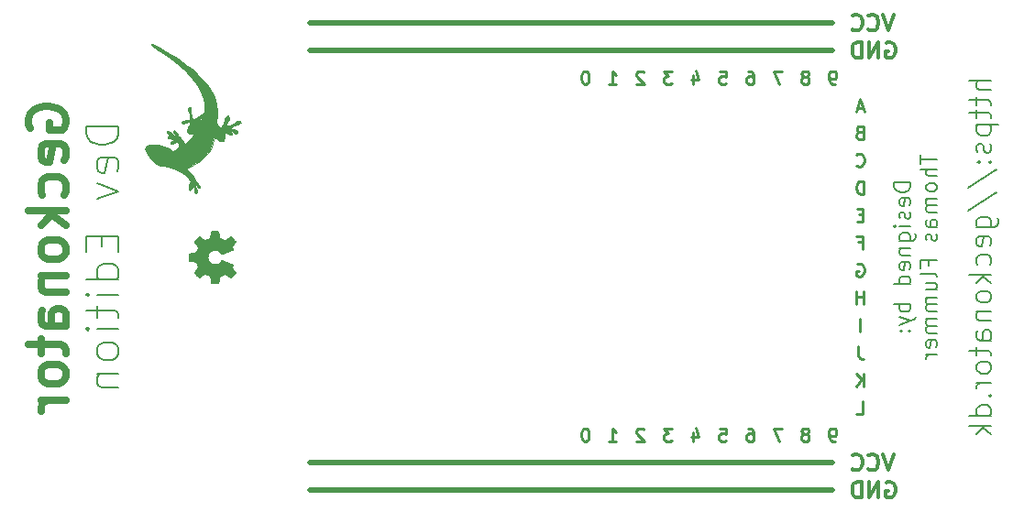
<source format=gbo>
G04 #@! TF.GenerationSoftware,KiCad,Pcbnew,(5.0.0-rc2-dev-222-g3b0a758)*
G04 #@! TF.CreationDate,2018-03-21T23:14:10+01:00*
G04 #@! TF.ProjectId,Geckonator Dev Edition,4765636B6F6E61746F72204465762045,rev?*
G04 #@! TF.SameCoordinates,Original*
G04 #@! TF.FileFunction,Legend,Bot*
G04 #@! TF.FilePolarity,Positive*
%FSLAX46Y46*%
G04 Gerber Fmt 4.6, Leading zero omitted, Abs format (unit mm)*
G04 Created by KiCad (PCBNEW (5.0.0-rc2-dev-222-g3b0a758)) date Wednesday, 21 March 2018 at 23:14:10*
%MOMM*%
%LPD*%
G01*
G04 APERTURE LIST*
%ADD10C,0.500000*%
%ADD11C,0.200000*%
%ADD12C,0.700000*%
%ADD13C,0.375000*%
%ADD14C,0.250000*%
%ADD15C,0.010000*%
G04 APERTURE END LIST*
D10*
X83020000Y-52410000D02*
X131280000Y-52410000D01*
X83020000Y-54950000D02*
X131280000Y-54950000D01*
X83020000Y-93050000D02*
X131280000Y-93050000D01*
X83020000Y-95590000D02*
X131280000Y-95590000D01*
D11*
X138453571Y-67142857D02*
X136953571Y-67142857D01*
X136953571Y-67500000D01*
X137025000Y-67714285D01*
X137167857Y-67857142D01*
X137310714Y-67928571D01*
X137596428Y-68000000D01*
X137810714Y-68000000D01*
X138096428Y-67928571D01*
X138239285Y-67857142D01*
X138382142Y-67714285D01*
X138453571Y-67500000D01*
X138453571Y-67142857D01*
X138382142Y-69214285D02*
X138453571Y-69071428D01*
X138453571Y-68785714D01*
X138382142Y-68642857D01*
X138239285Y-68571428D01*
X137667857Y-68571428D01*
X137525000Y-68642857D01*
X137453571Y-68785714D01*
X137453571Y-69071428D01*
X137525000Y-69214285D01*
X137667857Y-69285714D01*
X137810714Y-69285714D01*
X137953571Y-68571428D01*
X138382142Y-69857142D02*
X138453571Y-70000000D01*
X138453571Y-70285714D01*
X138382142Y-70428571D01*
X138239285Y-70500000D01*
X138167857Y-70500000D01*
X138025000Y-70428571D01*
X137953571Y-70285714D01*
X137953571Y-70071428D01*
X137882142Y-69928571D01*
X137739285Y-69857142D01*
X137667857Y-69857142D01*
X137525000Y-69928571D01*
X137453571Y-70071428D01*
X137453571Y-70285714D01*
X137525000Y-70428571D01*
X138453571Y-71142857D02*
X137453571Y-71142857D01*
X136953571Y-71142857D02*
X137025000Y-71071428D01*
X137096428Y-71142857D01*
X137025000Y-71214285D01*
X136953571Y-71142857D01*
X137096428Y-71142857D01*
X137453571Y-72500000D02*
X138667857Y-72500000D01*
X138810714Y-72428571D01*
X138882142Y-72357142D01*
X138953571Y-72214285D01*
X138953571Y-72000000D01*
X138882142Y-71857142D01*
X138382142Y-72500000D02*
X138453571Y-72357142D01*
X138453571Y-72071428D01*
X138382142Y-71928571D01*
X138310714Y-71857142D01*
X138167857Y-71785714D01*
X137739285Y-71785714D01*
X137596428Y-71857142D01*
X137525000Y-71928571D01*
X137453571Y-72071428D01*
X137453571Y-72357142D01*
X137525000Y-72500000D01*
X137453571Y-73214285D02*
X138453571Y-73214285D01*
X137596428Y-73214285D02*
X137525000Y-73285714D01*
X137453571Y-73428571D01*
X137453571Y-73642857D01*
X137525000Y-73785714D01*
X137667857Y-73857142D01*
X138453571Y-73857142D01*
X138382142Y-75142857D02*
X138453571Y-75000000D01*
X138453571Y-74714285D01*
X138382142Y-74571428D01*
X138239285Y-74500000D01*
X137667857Y-74500000D01*
X137525000Y-74571428D01*
X137453571Y-74714285D01*
X137453571Y-75000000D01*
X137525000Y-75142857D01*
X137667857Y-75214285D01*
X137810714Y-75214285D01*
X137953571Y-74500000D01*
X138453571Y-76500000D02*
X136953571Y-76500000D01*
X138382142Y-76500000D02*
X138453571Y-76357142D01*
X138453571Y-76071428D01*
X138382142Y-75928571D01*
X138310714Y-75857142D01*
X138167857Y-75785714D01*
X137739285Y-75785714D01*
X137596428Y-75857142D01*
X137525000Y-75928571D01*
X137453571Y-76071428D01*
X137453571Y-76357142D01*
X137525000Y-76500000D01*
X138453571Y-78357142D02*
X136953571Y-78357142D01*
X137525000Y-78357142D02*
X137453571Y-78500000D01*
X137453571Y-78785714D01*
X137525000Y-78928571D01*
X137596428Y-79000000D01*
X137739285Y-79071428D01*
X138167857Y-79071428D01*
X138310714Y-79000000D01*
X138382142Y-78928571D01*
X138453571Y-78785714D01*
X138453571Y-78500000D01*
X138382142Y-78357142D01*
X137453571Y-79571428D02*
X138453571Y-79928571D01*
X137453571Y-80285714D02*
X138453571Y-79928571D01*
X138810714Y-79785714D01*
X138882142Y-79714285D01*
X138953571Y-79571428D01*
X138310714Y-80857142D02*
X138382142Y-80928571D01*
X138453571Y-80857142D01*
X138382142Y-80785714D01*
X138310714Y-80857142D01*
X138453571Y-80857142D01*
X137525000Y-80857142D02*
X137596428Y-80928571D01*
X137667857Y-80857142D01*
X137596428Y-80785714D01*
X137525000Y-80857142D01*
X137667857Y-80857142D01*
X139403571Y-64535714D02*
X139403571Y-65392857D01*
X140903571Y-64964285D02*
X139403571Y-64964285D01*
X140903571Y-65892857D02*
X139403571Y-65892857D01*
X140903571Y-66535714D02*
X140117857Y-66535714D01*
X139975000Y-66464285D01*
X139903571Y-66321428D01*
X139903571Y-66107142D01*
X139975000Y-65964285D01*
X140046428Y-65892857D01*
X140903571Y-67464285D02*
X140832142Y-67321428D01*
X140760714Y-67250000D01*
X140617857Y-67178571D01*
X140189285Y-67178571D01*
X140046428Y-67250000D01*
X139975000Y-67321428D01*
X139903571Y-67464285D01*
X139903571Y-67678571D01*
X139975000Y-67821428D01*
X140046428Y-67892857D01*
X140189285Y-67964285D01*
X140617857Y-67964285D01*
X140760714Y-67892857D01*
X140832142Y-67821428D01*
X140903571Y-67678571D01*
X140903571Y-67464285D01*
X140903571Y-68607142D02*
X139903571Y-68607142D01*
X140046428Y-68607142D02*
X139975000Y-68678571D01*
X139903571Y-68821428D01*
X139903571Y-69035714D01*
X139975000Y-69178571D01*
X140117857Y-69250000D01*
X140903571Y-69250000D01*
X140117857Y-69250000D02*
X139975000Y-69321428D01*
X139903571Y-69464285D01*
X139903571Y-69678571D01*
X139975000Y-69821428D01*
X140117857Y-69892857D01*
X140903571Y-69892857D01*
X140903571Y-71250000D02*
X140117857Y-71250000D01*
X139975000Y-71178571D01*
X139903571Y-71035714D01*
X139903571Y-70750000D01*
X139975000Y-70607142D01*
X140832142Y-71250000D02*
X140903571Y-71107142D01*
X140903571Y-70750000D01*
X140832142Y-70607142D01*
X140689285Y-70535714D01*
X140546428Y-70535714D01*
X140403571Y-70607142D01*
X140332142Y-70750000D01*
X140332142Y-71107142D01*
X140260714Y-71250000D01*
X140832142Y-71892857D02*
X140903571Y-72035714D01*
X140903571Y-72321428D01*
X140832142Y-72464285D01*
X140689285Y-72535714D01*
X140617857Y-72535714D01*
X140475000Y-72464285D01*
X140403571Y-72321428D01*
X140403571Y-72107142D01*
X140332142Y-71964285D01*
X140189285Y-71892857D01*
X140117857Y-71892857D01*
X139975000Y-71964285D01*
X139903571Y-72107142D01*
X139903571Y-72321428D01*
X139975000Y-72464285D01*
X140117857Y-74821428D02*
X140117857Y-74321428D01*
X140903571Y-74321428D02*
X139403571Y-74321428D01*
X139403571Y-75035714D01*
X140903571Y-75821428D02*
X140832142Y-75678571D01*
X140689285Y-75607142D01*
X139403571Y-75607142D01*
X139903571Y-77035714D02*
X140903571Y-77035714D01*
X139903571Y-76392857D02*
X140689285Y-76392857D01*
X140832142Y-76464285D01*
X140903571Y-76607142D01*
X140903571Y-76821428D01*
X140832142Y-76964285D01*
X140760714Y-77035714D01*
X140903571Y-77750000D02*
X139903571Y-77750000D01*
X140046428Y-77750000D02*
X139975000Y-77821428D01*
X139903571Y-77964285D01*
X139903571Y-78178571D01*
X139975000Y-78321428D01*
X140117857Y-78392857D01*
X140903571Y-78392857D01*
X140117857Y-78392857D02*
X139975000Y-78464285D01*
X139903571Y-78607142D01*
X139903571Y-78821428D01*
X139975000Y-78964285D01*
X140117857Y-79035714D01*
X140903571Y-79035714D01*
X140903571Y-79750000D02*
X139903571Y-79750000D01*
X140046428Y-79750000D02*
X139975000Y-79821428D01*
X139903571Y-79964285D01*
X139903571Y-80178571D01*
X139975000Y-80321428D01*
X140117857Y-80392857D01*
X140903571Y-80392857D01*
X140117857Y-80392857D02*
X139975000Y-80464285D01*
X139903571Y-80607142D01*
X139903571Y-80821428D01*
X139975000Y-80964285D01*
X140117857Y-81035714D01*
X140903571Y-81035714D01*
X140832142Y-82321428D02*
X140903571Y-82178571D01*
X140903571Y-81892857D01*
X140832142Y-81749999D01*
X140689285Y-81678571D01*
X140117857Y-81678571D01*
X139975000Y-81749999D01*
X139903571Y-81892857D01*
X139903571Y-82178571D01*
X139975000Y-82321428D01*
X140117857Y-82392857D01*
X140260714Y-82392857D01*
X140403571Y-81678571D01*
X140903571Y-83035714D02*
X139903571Y-83035714D01*
X140189285Y-83035714D02*
X140046428Y-83107142D01*
X139975000Y-83178571D01*
X139903571Y-83321428D01*
X139903571Y-83464285D01*
X145904761Y-57714285D02*
X143904761Y-57714285D01*
X145904761Y-58571428D02*
X144857142Y-58571428D01*
X144666666Y-58476190D01*
X144571428Y-58285714D01*
X144571428Y-58000000D01*
X144666666Y-57809523D01*
X144761904Y-57714285D01*
X144571428Y-59238095D02*
X144571428Y-60000000D01*
X143904761Y-59523809D02*
X145619047Y-59523809D01*
X145809523Y-59619047D01*
X145904761Y-59809523D01*
X145904761Y-60000000D01*
X144571428Y-60380952D02*
X144571428Y-61142857D01*
X143904761Y-60666666D02*
X145619047Y-60666666D01*
X145809523Y-60761904D01*
X145904761Y-60952380D01*
X145904761Y-61142857D01*
X144571428Y-61809523D02*
X146571428Y-61809523D01*
X144666666Y-61809523D02*
X144571428Y-62000000D01*
X144571428Y-62380952D01*
X144666666Y-62571428D01*
X144761904Y-62666666D01*
X144952380Y-62761904D01*
X145523809Y-62761904D01*
X145714285Y-62666666D01*
X145809523Y-62571428D01*
X145904761Y-62380952D01*
X145904761Y-62000000D01*
X145809523Y-61809523D01*
X145809523Y-63523809D02*
X145904761Y-63714285D01*
X145904761Y-64095238D01*
X145809523Y-64285714D01*
X145619047Y-64380952D01*
X145523809Y-64380952D01*
X145333333Y-64285714D01*
X145238095Y-64095238D01*
X145238095Y-63809523D01*
X145142857Y-63619047D01*
X144952380Y-63523809D01*
X144857142Y-63523809D01*
X144666666Y-63619047D01*
X144571428Y-63809523D01*
X144571428Y-64095238D01*
X144666666Y-64285714D01*
X145714285Y-65238095D02*
X145809523Y-65333333D01*
X145904761Y-65238095D01*
X145809523Y-65142857D01*
X145714285Y-65238095D01*
X145904761Y-65238095D01*
X144666666Y-65238095D02*
X144761904Y-65333333D01*
X144857142Y-65238095D01*
X144761904Y-65142857D01*
X144666666Y-65238095D01*
X144857142Y-65238095D01*
X143809523Y-67619047D02*
X146380952Y-65904761D01*
X143809523Y-69714285D02*
X146380952Y-68000000D01*
X144571428Y-71238095D02*
X146190476Y-71238095D01*
X146380952Y-71142857D01*
X146476190Y-71047619D01*
X146571428Y-70857142D01*
X146571428Y-70571428D01*
X146476190Y-70380952D01*
X145809523Y-71238095D02*
X145904761Y-71047619D01*
X145904761Y-70666666D01*
X145809523Y-70476190D01*
X145714285Y-70380952D01*
X145523809Y-70285714D01*
X144952380Y-70285714D01*
X144761904Y-70380952D01*
X144666666Y-70476190D01*
X144571428Y-70666666D01*
X144571428Y-71047619D01*
X144666666Y-71238095D01*
X145809523Y-72952380D02*
X145904761Y-72761904D01*
X145904761Y-72380952D01*
X145809523Y-72190476D01*
X145619047Y-72095238D01*
X144857142Y-72095238D01*
X144666666Y-72190476D01*
X144571428Y-72380952D01*
X144571428Y-72761904D01*
X144666666Y-72952380D01*
X144857142Y-73047619D01*
X145047619Y-73047619D01*
X145238095Y-72095238D01*
X145809523Y-74761904D02*
X145904761Y-74571428D01*
X145904761Y-74190476D01*
X145809523Y-74000000D01*
X145714285Y-73904761D01*
X145523809Y-73809523D01*
X144952380Y-73809523D01*
X144761904Y-73904761D01*
X144666666Y-74000000D01*
X144571428Y-74190476D01*
X144571428Y-74571428D01*
X144666666Y-74761904D01*
X145904761Y-75619047D02*
X143904761Y-75619047D01*
X145142857Y-75809523D02*
X145904761Y-76380952D01*
X144571428Y-76380952D02*
X145333333Y-75619047D01*
X145904761Y-77523809D02*
X145809523Y-77333333D01*
X145714285Y-77238095D01*
X145523809Y-77142857D01*
X144952380Y-77142857D01*
X144761904Y-77238095D01*
X144666666Y-77333333D01*
X144571428Y-77523809D01*
X144571428Y-77809523D01*
X144666666Y-78000000D01*
X144761904Y-78095238D01*
X144952380Y-78190476D01*
X145523809Y-78190476D01*
X145714285Y-78095238D01*
X145809523Y-78000000D01*
X145904761Y-77809523D01*
X145904761Y-77523809D01*
X144571428Y-79047619D02*
X145904761Y-79047619D01*
X144761904Y-79047619D02*
X144666666Y-79142857D01*
X144571428Y-79333333D01*
X144571428Y-79619047D01*
X144666666Y-79809523D01*
X144857142Y-79904761D01*
X145904761Y-79904761D01*
X145904761Y-81714285D02*
X144857142Y-81714285D01*
X144666666Y-81619047D01*
X144571428Y-81428571D01*
X144571428Y-81047619D01*
X144666666Y-80857142D01*
X145809523Y-81714285D02*
X145904761Y-81523809D01*
X145904761Y-81047619D01*
X145809523Y-80857142D01*
X145619047Y-80761904D01*
X145428571Y-80761904D01*
X145238095Y-80857142D01*
X145142857Y-81047619D01*
X145142857Y-81523809D01*
X145047619Y-81714285D01*
X144571428Y-82380952D02*
X144571428Y-83142857D01*
X143904761Y-82666666D02*
X145619047Y-82666666D01*
X145809523Y-82761904D01*
X145904761Y-82952380D01*
X145904761Y-83142857D01*
X145904761Y-84095238D02*
X145809523Y-83904761D01*
X145714285Y-83809523D01*
X145523809Y-83714285D01*
X144952380Y-83714285D01*
X144761904Y-83809523D01*
X144666666Y-83904761D01*
X144571428Y-84095238D01*
X144571428Y-84380952D01*
X144666666Y-84571428D01*
X144761904Y-84666666D01*
X144952380Y-84761904D01*
X145523809Y-84761904D01*
X145714285Y-84666666D01*
X145809523Y-84571428D01*
X145904761Y-84380952D01*
X145904761Y-84095238D01*
X145904761Y-85619047D02*
X144571428Y-85619047D01*
X144952380Y-85619047D02*
X144761904Y-85714285D01*
X144666666Y-85809523D01*
X144571428Y-86000000D01*
X144571428Y-86190476D01*
X145714285Y-86857142D02*
X145809523Y-86952380D01*
X145904761Y-86857142D01*
X145809523Y-86761904D01*
X145714285Y-86857142D01*
X145904761Y-86857142D01*
X145904761Y-88666666D02*
X143904761Y-88666666D01*
X145809523Y-88666666D02*
X145904761Y-88476190D01*
X145904761Y-88095238D01*
X145809523Y-87904761D01*
X145714285Y-87809523D01*
X145523809Y-87714285D01*
X144952380Y-87714285D01*
X144761904Y-87809523D01*
X144666666Y-87904761D01*
X144571428Y-88095238D01*
X144571428Y-88476190D01*
X144666666Y-88666666D01*
X145904761Y-89619047D02*
X143904761Y-89619047D01*
X145142857Y-89809523D02*
X145904761Y-90380952D01*
X144571428Y-90380952D02*
X145333333Y-89619047D01*
X65327142Y-61928571D02*
X62327142Y-61928571D01*
X62327142Y-62642857D01*
X62470000Y-63071428D01*
X62755714Y-63357142D01*
X63041428Y-63500000D01*
X63612857Y-63642857D01*
X64041428Y-63642857D01*
X64612857Y-63500000D01*
X64898571Y-63357142D01*
X65184285Y-63071428D01*
X65327142Y-62642857D01*
X65327142Y-61928571D01*
X65184285Y-66071428D02*
X65327142Y-65785714D01*
X65327142Y-65214285D01*
X65184285Y-64928571D01*
X64898571Y-64785714D01*
X63755714Y-64785714D01*
X63470000Y-64928571D01*
X63327142Y-65214285D01*
X63327142Y-65785714D01*
X63470000Y-66071428D01*
X63755714Y-66214285D01*
X64041428Y-66214285D01*
X64327142Y-64785714D01*
X63327142Y-67214285D02*
X65327142Y-67928571D01*
X63327142Y-68642857D01*
X63755714Y-72071428D02*
X63755714Y-73071428D01*
X65327142Y-73500000D02*
X65327142Y-72071428D01*
X62327142Y-72071428D01*
X62327142Y-73500000D01*
X65327142Y-76071428D02*
X62327142Y-76071428D01*
X65184285Y-76071428D02*
X65327142Y-75785714D01*
X65327142Y-75214285D01*
X65184285Y-74928571D01*
X65041428Y-74785714D01*
X64755714Y-74642857D01*
X63898571Y-74642857D01*
X63612857Y-74785714D01*
X63470000Y-74928571D01*
X63327142Y-75214285D01*
X63327142Y-75785714D01*
X63470000Y-76071428D01*
X65327142Y-77500000D02*
X63327142Y-77500000D01*
X62327142Y-77500000D02*
X62470000Y-77357142D01*
X62612857Y-77500000D01*
X62470000Y-77642857D01*
X62327142Y-77500000D01*
X62612857Y-77500000D01*
X63327142Y-78500000D02*
X63327142Y-79642857D01*
X62327142Y-78928571D02*
X64898571Y-78928571D01*
X65184285Y-79071428D01*
X65327142Y-79357142D01*
X65327142Y-79642857D01*
X65327142Y-80642857D02*
X63327142Y-80642857D01*
X62327142Y-80642857D02*
X62470000Y-80500000D01*
X62612857Y-80642857D01*
X62470000Y-80785714D01*
X62327142Y-80642857D01*
X62612857Y-80642857D01*
X65327142Y-82500000D02*
X65184285Y-82214285D01*
X65041428Y-82071428D01*
X64755714Y-81928571D01*
X63898571Y-81928571D01*
X63612857Y-82071428D01*
X63470000Y-82214285D01*
X63327142Y-82500000D01*
X63327142Y-82928571D01*
X63470000Y-83214285D01*
X63612857Y-83357142D01*
X63898571Y-83500000D01*
X64755714Y-83500000D01*
X65041428Y-83357142D01*
X65184285Y-83214285D01*
X65327142Y-82928571D01*
X65327142Y-82500000D01*
X63327142Y-84785714D02*
X65327142Y-84785714D01*
X63612857Y-84785714D02*
X63470000Y-84928571D01*
X63327142Y-85214285D01*
X63327142Y-85642857D01*
X63470000Y-85928571D01*
X63755714Y-86071428D01*
X65327142Y-86071428D01*
D12*
X57140000Y-62083333D02*
X56973333Y-61750000D01*
X56973333Y-61250000D01*
X57140000Y-60750000D01*
X57473333Y-60416666D01*
X57806666Y-60250000D01*
X58473333Y-60083333D01*
X58973333Y-60083333D01*
X59640000Y-60250000D01*
X59973333Y-60416666D01*
X60306666Y-60750000D01*
X60473333Y-61250000D01*
X60473333Y-61583333D01*
X60306666Y-62083333D01*
X60140000Y-62250000D01*
X58973333Y-62250000D01*
X58973333Y-61583333D01*
X60306666Y-65083333D02*
X60473333Y-64750000D01*
X60473333Y-64083333D01*
X60306666Y-63750000D01*
X59973333Y-63583333D01*
X58640000Y-63583333D01*
X58306666Y-63750000D01*
X58140000Y-64083333D01*
X58140000Y-64750000D01*
X58306666Y-65083333D01*
X58640000Y-65250000D01*
X58973333Y-65250000D01*
X59306666Y-63583333D01*
X60306666Y-68250000D02*
X60473333Y-67916666D01*
X60473333Y-67250000D01*
X60306666Y-66916666D01*
X60140000Y-66750000D01*
X59806666Y-66583333D01*
X58806666Y-66583333D01*
X58473333Y-66750000D01*
X58306666Y-66916666D01*
X58140000Y-67250000D01*
X58140000Y-67916666D01*
X58306666Y-68250000D01*
X60473333Y-69750000D02*
X56973333Y-69750000D01*
X59140000Y-70083333D02*
X60473333Y-71083333D01*
X58140000Y-71083333D02*
X59473333Y-69750000D01*
X60473333Y-73083333D02*
X60306666Y-72750000D01*
X60140000Y-72583333D01*
X59806666Y-72416666D01*
X58806666Y-72416666D01*
X58473333Y-72583333D01*
X58306666Y-72750000D01*
X58140000Y-73083333D01*
X58140000Y-73583333D01*
X58306666Y-73916666D01*
X58473333Y-74083333D01*
X58806666Y-74250000D01*
X59806666Y-74250000D01*
X60140000Y-74083333D01*
X60306666Y-73916666D01*
X60473333Y-73583333D01*
X60473333Y-73083333D01*
X58140000Y-75750000D02*
X60473333Y-75750000D01*
X58473333Y-75750000D02*
X58306666Y-75916666D01*
X58140000Y-76250000D01*
X58140000Y-76750000D01*
X58306666Y-77083333D01*
X58640000Y-77250000D01*
X60473333Y-77250000D01*
X60473333Y-80416666D02*
X58640000Y-80416666D01*
X58306666Y-80250000D01*
X58140000Y-79916666D01*
X58140000Y-79250000D01*
X58306666Y-78916666D01*
X60306666Y-80416666D02*
X60473333Y-80083333D01*
X60473333Y-79250000D01*
X60306666Y-78916666D01*
X59973333Y-78750000D01*
X59640000Y-78750000D01*
X59306666Y-78916666D01*
X59140000Y-79250000D01*
X59140000Y-80083333D01*
X58973333Y-80416666D01*
X58140000Y-81583333D02*
X58140000Y-82916666D01*
X56973333Y-82083333D02*
X59973333Y-82083333D01*
X60306666Y-82250000D01*
X60473333Y-82583333D01*
X60473333Y-82916666D01*
X60473333Y-84583333D02*
X60306666Y-84250000D01*
X60140000Y-84083333D01*
X59806666Y-83916666D01*
X58806666Y-83916666D01*
X58473333Y-84083333D01*
X58306666Y-84250000D01*
X58140000Y-84583333D01*
X58140000Y-85083333D01*
X58306666Y-85416666D01*
X58473333Y-85583333D01*
X58806666Y-85750000D01*
X59806666Y-85750000D01*
X60140000Y-85583333D01*
X60306666Y-85416666D01*
X60473333Y-85083333D01*
X60473333Y-84583333D01*
X60473333Y-87250000D02*
X58140000Y-87250000D01*
X58806666Y-87250000D02*
X58473333Y-87416666D01*
X58306666Y-87583333D01*
X58140000Y-87916666D01*
X58140000Y-88250000D01*
D13*
X136222321Y-94840000D02*
X136365178Y-94768571D01*
X136579464Y-94768571D01*
X136793750Y-94840000D01*
X136936607Y-94982857D01*
X137008035Y-95125714D01*
X137079464Y-95411428D01*
X137079464Y-95625714D01*
X137008035Y-95911428D01*
X136936607Y-96054285D01*
X136793750Y-96197142D01*
X136579464Y-96268571D01*
X136436607Y-96268571D01*
X136222321Y-96197142D01*
X136150892Y-96125714D01*
X136150892Y-95625714D01*
X136436607Y-95625714D01*
X135508035Y-96268571D02*
X135508035Y-94768571D01*
X134650892Y-96268571D01*
X134650892Y-94768571D01*
X133936607Y-96268571D02*
X133936607Y-94768571D01*
X133579464Y-94768571D01*
X133365178Y-94840000D01*
X133222321Y-94982857D01*
X133150892Y-95125714D01*
X133079464Y-95411428D01*
X133079464Y-95625714D01*
X133150892Y-95911428D01*
X133222321Y-96054285D01*
X133365178Y-96197142D01*
X133579464Y-96268571D01*
X133936607Y-96268571D01*
X136936607Y-92228571D02*
X136436607Y-93728571D01*
X135936607Y-92228571D01*
X134579464Y-93585714D02*
X134650892Y-93657142D01*
X134865178Y-93728571D01*
X135008035Y-93728571D01*
X135222321Y-93657142D01*
X135365178Y-93514285D01*
X135436607Y-93371428D01*
X135508035Y-93085714D01*
X135508035Y-92871428D01*
X135436607Y-92585714D01*
X135365178Y-92442857D01*
X135222321Y-92300000D01*
X135008035Y-92228571D01*
X134865178Y-92228571D01*
X134650892Y-92300000D01*
X134579464Y-92371428D01*
X133079464Y-93585714D02*
X133150892Y-93657142D01*
X133365178Y-93728571D01*
X133508035Y-93728571D01*
X133722321Y-93657142D01*
X133865178Y-93514285D01*
X133936607Y-93371428D01*
X134008035Y-93085714D01*
X134008035Y-92871428D01*
X133936607Y-92585714D01*
X133865178Y-92442857D01*
X133722321Y-92300000D01*
X133508035Y-92228571D01*
X133365178Y-92228571D01*
X133150892Y-92300000D01*
X133079464Y-92371428D01*
X136222321Y-54200000D02*
X136365178Y-54128571D01*
X136579464Y-54128571D01*
X136793750Y-54200000D01*
X136936607Y-54342857D01*
X137008035Y-54485714D01*
X137079464Y-54771428D01*
X137079464Y-54985714D01*
X137008035Y-55271428D01*
X136936607Y-55414285D01*
X136793750Y-55557142D01*
X136579464Y-55628571D01*
X136436607Y-55628571D01*
X136222321Y-55557142D01*
X136150892Y-55485714D01*
X136150892Y-54985714D01*
X136436607Y-54985714D01*
X135508035Y-55628571D02*
X135508035Y-54128571D01*
X134650892Y-55628571D01*
X134650892Y-54128571D01*
X133936607Y-55628571D02*
X133936607Y-54128571D01*
X133579464Y-54128571D01*
X133365178Y-54200000D01*
X133222321Y-54342857D01*
X133150892Y-54485714D01*
X133079464Y-54771428D01*
X133079464Y-54985714D01*
X133150892Y-55271428D01*
X133222321Y-55414285D01*
X133365178Y-55557142D01*
X133579464Y-55628571D01*
X133936607Y-55628571D01*
X136936607Y-51588571D02*
X136436607Y-53088571D01*
X135936607Y-51588571D01*
X134579464Y-52945714D02*
X134650892Y-53017142D01*
X134865178Y-53088571D01*
X135008035Y-53088571D01*
X135222321Y-53017142D01*
X135365178Y-52874285D01*
X135436607Y-52731428D01*
X135508035Y-52445714D01*
X135508035Y-52231428D01*
X135436607Y-51945714D01*
X135365178Y-51802857D01*
X135222321Y-51660000D01*
X135008035Y-51588571D01*
X134865178Y-51588571D01*
X134650892Y-51660000D01*
X134579464Y-51731428D01*
X133079464Y-52945714D02*
X133150892Y-53017142D01*
X133365178Y-53088571D01*
X133508035Y-53088571D01*
X133722321Y-53017142D01*
X133865178Y-52874285D01*
X133936607Y-52731428D01*
X134008035Y-52445714D01*
X134008035Y-52231428D01*
X133936607Y-51945714D01*
X133865178Y-51802857D01*
X133722321Y-51660000D01*
X133508035Y-51588571D01*
X133365178Y-51588571D01*
X133150892Y-51660000D01*
X133079464Y-51731428D01*
D14*
X108477142Y-89852857D02*
X108362857Y-89852857D01*
X108248571Y-89910000D01*
X108191428Y-89967142D01*
X108134285Y-90081428D01*
X108077142Y-90310000D01*
X108077142Y-90595714D01*
X108134285Y-90824285D01*
X108191428Y-90938571D01*
X108248571Y-90995714D01*
X108362857Y-91052857D01*
X108477142Y-91052857D01*
X108591428Y-90995714D01*
X108648571Y-90938571D01*
X108705714Y-90824285D01*
X108762857Y-90595714D01*
X108762857Y-90310000D01*
X108705714Y-90081428D01*
X108648571Y-89967142D01*
X108591428Y-89910000D01*
X108477142Y-89852857D01*
X110617142Y-91052857D02*
X111302857Y-91052857D01*
X110960000Y-91052857D02*
X110960000Y-89852857D01*
X111074285Y-90024285D01*
X111188571Y-90138571D01*
X111302857Y-90195714D01*
X113842857Y-89967142D02*
X113785714Y-89910000D01*
X113671428Y-89852857D01*
X113385714Y-89852857D01*
X113271428Y-89910000D01*
X113214285Y-89967142D01*
X113157142Y-90081428D01*
X113157142Y-90195714D01*
X113214285Y-90367142D01*
X113900000Y-91052857D01*
X113157142Y-91052857D01*
X116440000Y-89852857D02*
X115697142Y-89852857D01*
X116097142Y-90310000D01*
X115925714Y-90310000D01*
X115811428Y-90367142D01*
X115754285Y-90424285D01*
X115697142Y-90538571D01*
X115697142Y-90824285D01*
X115754285Y-90938571D01*
X115811428Y-90995714D01*
X115925714Y-91052857D01*
X116268571Y-91052857D01*
X116382857Y-90995714D01*
X116440000Y-90938571D01*
X118351428Y-90252857D02*
X118351428Y-91052857D01*
X118637142Y-89795714D02*
X118922857Y-90652857D01*
X118180000Y-90652857D01*
X120834285Y-89852857D02*
X121405714Y-89852857D01*
X121462857Y-90424285D01*
X121405714Y-90367142D01*
X121291428Y-90310000D01*
X121005714Y-90310000D01*
X120891428Y-90367142D01*
X120834285Y-90424285D01*
X120777142Y-90538571D01*
X120777142Y-90824285D01*
X120834285Y-90938571D01*
X120891428Y-90995714D01*
X121005714Y-91052857D01*
X121291428Y-91052857D01*
X121405714Y-90995714D01*
X121462857Y-90938571D01*
X123431428Y-89852857D02*
X123660000Y-89852857D01*
X123774285Y-89910000D01*
X123831428Y-89967142D01*
X123945714Y-90138571D01*
X124002857Y-90367142D01*
X124002857Y-90824285D01*
X123945714Y-90938571D01*
X123888571Y-90995714D01*
X123774285Y-91052857D01*
X123545714Y-91052857D01*
X123431428Y-90995714D01*
X123374285Y-90938571D01*
X123317142Y-90824285D01*
X123317142Y-90538571D01*
X123374285Y-90424285D01*
X123431428Y-90367142D01*
X123545714Y-90310000D01*
X123774285Y-90310000D01*
X123888571Y-90367142D01*
X123945714Y-90424285D01*
X124002857Y-90538571D01*
X126600000Y-89852857D02*
X125800000Y-89852857D01*
X126314285Y-91052857D01*
X128854285Y-90367142D02*
X128968571Y-90310000D01*
X129025714Y-90252857D01*
X129082857Y-90138571D01*
X129082857Y-90081428D01*
X129025714Y-89967142D01*
X128968571Y-89910000D01*
X128854285Y-89852857D01*
X128625714Y-89852857D01*
X128511428Y-89910000D01*
X128454285Y-89967142D01*
X128397142Y-90081428D01*
X128397142Y-90138571D01*
X128454285Y-90252857D01*
X128511428Y-90310000D01*
X128625714Y-90367142D01*
X128854285Y-90367142D01*
X128968571Y-90424285D01*
X129025714Y-90481428D01*
X129082857Y-90595714D01*
X129082857Y-90824285D01*
X129025714Y-90938571D01*
X128968571Y-90995714D01*
X128854285Y-91052857D01*
X128625714Y-91052857D01*
X128511428Y-90995714D01*
X128454285Y-90938571D01*
X128397142Y-90824285D01*
X128397142Y-90595714D01*
X128454285Y-90481428D01*
X128511428Y-90424285D01*
X128625714Y-90367142D01*
X131508571Y-91052857D02*
X131280000Y-91052857D01*
X131165714Y-90995714D01*
X131108571Y-90938571D01*
X130994285Y-90767142D01*
X130937142Y-90538571D01*
X130937142Y-90081428D01*
X130994285Y-89967142D01*
X131051428Y-89910000D01*
X131165714Y-89852857D01*
X131394285Y-89852857D01*
X131508571Y-89910000D01*
X131565714Y-89967142D01*
X131622857Y-90081428D01*
X131622857Y-90367142D01*
X131565714Y-90481428D01*
X131508571Y-90538571D01*
X131394285Y-90595714D01*
X131165714Y-90595714D01*
X131051428Y-90538571D01*
X130994285Y-90481428D01*
X130937142Y-90367142D01*
X133448571Y-88512857D02*
X134020000Y-88512857D01*
X134020000Y-87312857D01*
X134134285Y-85972857D02*
X134134285Y-84772857D01*
X133448571Y-85972857D02*
X133962857Y-85287142D01*
X133448571Y-84772857D02*
X134134285Y-85458571D01*
X133648571Y-82232857D02*
X133648571Y-83090000D01*
X133705714Y-83261428D01*
X133820000Y-83375714D01*
X133991428Y-83432857D01*
X134105714Y-83432857D01*
X133820000Y-80892857D02*
X133820000Y-79692857D01*
X134162857Y-78352857D02*
X134162857Y-77152857D01*
X134162857Y-77724285D02*
X133477142Y-77724285D01*
X133477142Y-78352857D02*
X133477142Y-77152857D01*
X133505714Y-74670000D02*
X133620000Y-74612857D01*
X133791428Y-74612857D01*
X133962857Y-74670000D01*
X134077142Y-74784285D01*
X134134285Y-74898571D01*
X134191428Y-75127142D01*
X134191428Y-75298571D01*
X134134285Y-75527142D01*
X134077142Y-75641428D01*
X133962857Y-75755714D01*
X133791428Y-75812857D01*
X133677142Y-75812857D01*
X133505714Y-75755714D01*
X133448571Y-75698571D01*
X133448571Y-75298571D01*
X133677142Y-75298571D01*
X133648571Y-72644285D02*
X134048571Y-72644285D01*
X134048571Y-73272857D02*
X134048571Y-72072857D01*
X133477142Y-72072857D01*
X134077142Y-70104285D02*
X133677142Y-70104285D01*
X133505714Y-70732857D02*
X134077142Y-70732857D01*
X134077142Y-69532857D01*
X133505714Y-69532857D01*
X134134285Y-68192857D02*
X134134285Y-66992857D01*
X133848571Y-66992857D01*
X133677142Y-67050000D01*
X133562857Y-67164285D01*
X133505714Y-67278571D01*
X133448571Y-67507142D01*
X133448571Y-67678571D01*
X133505714Y-67907142D01*
X133562857Y-68021428D01*
X133677142Y-68135714D01*
X133848571Y-68192857D01*
X134134285Y-68192857D01*
X133448571Y-65538571D02*
X133505714Y-65595714D01*
X133677142Y-65652857D01*
X133791428Y-65652857D01*
X133962857Y-65595714D01*
X134077142Y-65481428D01*
X134134285Y-65367142D01*
X134191428Y-65138571D01*
X134191428Y-64967142D01*
X134134285Y-64738571D01*
X134077142Y-64624285D01*
X133962857Y-64510000D01*
X133791428Y-64452857D01*
X133677142Y-64452857D01*
X133505714Y-64510000D01*
X133448571Y-64567142D01*
X133734285Y-62484285D02*
X133562857Y-62541428D01*
X133505714Y-62598571D01*
X133448571Y-62712857D01*
X133448571Y-62884285D01*
X133505714Y-62998571D01*
X133562857Y-63055714D01*
X133677142Y-63112857D01*
X134134285Y-63112857D01*
X134134285Y-61912857D01*
X133734285Y-61912857D01*
X133620000Y-61970000D01*
X133562857Y-62027142D01*
X133505714Y-62141428D01*
X133505714Y-62255714D01*
X133562857Y-62370000D01*
X133620000Y-62427142D01*
X133734285Y-62484285D01*
X134134285Y-62484285D01*
X134105714Y-60230000D02*
X133534285Y-60230000D01*
X134220000Y-60572857D02*
X133820000Y-59372857D01*
X133420000Y-60572857D01*
X131508571Y-58032857D02*
X131280000Y-58032857D01*
X131165714Y-57975714D01*
X131108571Y-57918571D01*
X130994285Y-57747142D01*
X130937142Y-57518571D01*
X130937142Y-57061428D01*
X130994285Y-56947142D01*
X131051428Y-56890000D01*
X131165714Y-56832857D01*
X131394285Y-56832857D01*
X131508571Y-56890000D01*
X131565714Y-56947142D01*
X131622857Y-57061428D01*
X131622857Y-57347142D01*
X131565714Y-57461428D01*
X131508571Y-57518571D01*
X131394285Y-57575714D01*
X131165714Y-57575714D01*
X131051428Y-57518571D01*
X130994285Y-57461428D01*
X130937142Y-57347142D01*
X128854285Y-57347142D02*
X128968571Y-57290000D01*
X129025714Y-57232857D01*
X129082857Y-57118571D01*
X129082857Y-57061428D01*
X129025714Y-56947142D01*
X128968571Y-56890000D01*
X128854285Y-56832857D01*
X128625714Y-56832857D01*
X128511428Y-56890000D01*
X128454285Y-56947142D01*
X128397142Y-57061428D01*
X128397142Y-57118571D01*
X128454285Y-57232857D01*
X128511428Y-57290000D01*
X128625714Y-57347142D01*
X128854285Y-57347142D01*
X128968571Y-57404285D01*
X129025714Y-57461428D01*
X129082857Y-57575714D01*
X129082857Y-57804285D01*
X129025714Y-57918571D01*
X128968571Y-57975714D01*
X128854285Y-58032857D01*
X128625714Y-58032857D01*
X128511428Y-57975714D01*
X128454285Y-57918571D01*
X128397142Y-57804285D01*
X128397142Y-57575714D01*
X128454285Y-57461428D01*
X128511428Y-57404285D01*
X128625714Y-57347142D01*
X126600000Y-56832857D02*
X125800000Y-56832857D01*
X126314285Y-58032857D01*
X123431428Y-56832857D02*
X123660000Y-56832857D01*
X123774285Y-56890000D01*
X123831428Y-56947142D01*
X123945714Y-57118571D01*
X124002857Y-57347142D01*
X124002857Y-57804285D01*
X123945714Y-57918571D01*
X123888571Y-57975714D01*
X123774285Y-58032857D01*
X123545714Y-58032857D01*
X123431428Y-57975714D01*
X123374285Y-57918571D01*
X123317142Y-57804285D01*
X123317142Y-57518571D01*
X123374285Y-57404285D01*
X123431428Y-57347142D01*
X123545714Y-57290000D01*
X123774285Y-57290000D01*
X123888571Y-57347142D01*
X123945714Y-57404285D01*
X124002857Y-57518571D01*
X120834285Y-56832857D02*
X121405714Y-56832857D01*
X121462857Y-57404285D01*
X121405714Y-57347142D01*
X121291428Y-57290000D01*
X121005714Y-57290000D01*
X120891428Y-57347142D01*
X120834285Y-57404285D01*
X120777142Y-57518571D01*
X120777142Y-57804285D01*
X120834285Y-57918571D01*
X120891428Y-57975714D01*
X121005714Y-58032857D01*
X121291428Y-58032857D01*
X121405714Y-57975714D01*
X121462857Y-57918571D01*
X118351428Y-57232857D02*
X118351428Y-58032857D01*
X118637142Y-56775714D02*
X118922857Y-57632857D01*
X118180000Y-57632857D01*
X116440000Y-56832857D02*
X115697142Y-56832857D01*
X116097142Y-57290000D01*
X115925714Y-57290000D01*
X115811428Y-57347142D01*
X115754285Y-57404285D01*
X115697142Y-57518571D01*
X115697142Y-57804285D01*
X115754285Y-57918571D01*
X115811428Y-57975714D01*
X115925714Y-58032857D01*
X116268571Y-58032857D01*
X116382857Y-57975714D01*
X116440000Y-57918571D01*
X113842857Y-56947142D02*
X113785714Y-56890000D01*
X113671428Y-56832857D01*
X113385714Y-56832857D01*
X113271428Y-56890000D01*
X113214285Y-56947142D01*
X113157142Y-57061428D01*
X113157142Y-57175714D01*
X113214285Y-57347142D01*
X113900000Y-58032857D01*
X113157142Y-58032857D01*
X110617142Y-58032857D02*
X111302857Y-58032857D01*
X110960000Y-58032857D02*
X110960000Y-56832857D01*
X111074285Y-57004285D01*
X111188571Y-57118571D01*
X111302857Y-57175714D01*
X108477142Y-56832857D02*
X108362857Y-56832857D01*
X108248571Y-56890000D01*
X108191428Y-56947142D01*
X108134285Y-57061428D01*
X108077142Y-57290000D01*
X108077142Y-57575714D01*
X108134285Y-57804285D01*
X108191428Y-57918571D01*
X108248571Y-57975714D01*
X108362857Y-58032857D01*
X108477142Y-58032857D01*
X108591428Y-57975714D01*
X108648571Y-57918571D01*
X108705714Y-57804285D01*
X108762857Y-57575714D01*
X108762857Y-57290000D01*
X108705714Y-57061428D01*
X108648571Y-56947142D01*
X108591428Y-56890000D01*
X108477142Y-56832857D01*
D15*
G36*
X67821293Y-64160694D02*
X67931746Y-64384505D01*
X68091218Y-64642278D01*
X68279566Y-64905847D01*
X68476651Y-65147042D01*
X68662329Y-65337693D01*
X68816460Y-65449633D01*
X68817616Y-65450185D01*
X68987020Y-65509658D01*
X69230388Y-65570273D01*
X69495470Y-65619043D01*
X69499243Y-65619603D01*
X70095014Y-65743308D01*
X70637663Y-65926214D01*
X71111065Y-66159654D01*
X71499092Y-66434959D01*
X71785618Y-66743460D01*
X71882220Y-66900512D01*
X71942993Y-67038762D01*
X71936464Y-67126174D01*
X71882395Y-67198156D01*
X71823643Y-67322960D01*
X71799743Y-67496237D01*
X71810043Y-67669530D01*
X71853894Y-67794384D01*
X71890805Y-67824445D01*
X71968359Y-67791236D01*
X72068959Y-67676746D01*
X72105052Y-67620557D01*
X72194707Y-67486697D01*
X72259578Y-67422243D01*
X72272725Y-67422558D01*
X72291219Y-67500243D01*
X72299570Y-67657197D01*
X72299229Y-67727396D01*
X72316439Y-67980245D01*
X72379442Y-68119900D01*
X72486724Y-68143334D01*
X72504341Y-68137495D01*
X72590679Y-68045939D01*
X72585109Y-67885304D01*
X72510750Y-67713500D01*
X72440789Y-67535943D01*
X72417987Y-67396000D01*
X72421147Y-67300675D01*
X72446533Y-67298336D01*
X72512702Y-67396120D01*
X72541804Y-67443625D01*
X72647032Y-67577967D01*
X72746964Y-67647386D01*
X72763816Y-67650000D01*
X72846409Y-67608021D01*
X72851161Y-67503506D01*
X72784889Y-67368585D01*
X72680213Y-67256009D01*
X72556760Y-67120588D01*
X72412279Y-66916724D01*
X72290295Y-66710481D01*
X72134930Y-66460013D01*
X71947258Y-66214248D01*
X71804750Y-66062366D01*
X71671352Y-65929310D01*
X71600136Y-65837396D01*
X71602656Y-65808500D01*
X71749607Y-65772828D01*
X71969853Y-65676592D01*
X72235489Y-65535961D01*
X72518612Y-65367104D01*
X72791318Y-65186190D01*
X73025702Y-65009389D01*
X73114606Y-64932387D01*
X73523188Y-64497404D01*
X73819945Y-64040335D01*
X74020032Y-63536742D01*
X74051521Y-63421475D01*
X74164850Y-62975215D01*
X74410866Y-63153607D01*
X74647926Y-63288597D01*
X74846129Y-63328043D01*
X74988131Y-63269044D01*
X75002648Y-63252625D01*
X75049481Y-63142866D01*
X75090456Y-62964849D01*
X75099965Y-62900884D01*
X75148106Y-62653781D01*
X75220237Y-62524657D01*
X75325670Y-62505344D01*
X75464712Y-62580937D01*
X75626229Y-62666161D01*
X75751545Y-62673155D01*
X75819219Y-62635100D01*
X75813822Y-62572713D01*
X75748970Y-62465410D01*
X75639681Y-62298615D01*
X75859209Y-62466057D01*
X76072626Y-62597337D01*
X76230074Y-62625917D01*
X76324211Y-62550683D01*
X76329847Y-62537441D01*
X76324474Y-62403016D01*
X76204288Y-62295690D01*
X75980157Y-62224278D01*
X75934557Y-62216652D01*
X75766247Y-62179894D01*
X75666122Y-62135782D01*
X75654000Y-62117356D01*
X75706550Y-62043006D01*
X75835053Y-61951106D01*
X75995787Y-61866613D01*
X76145031Y-61814487D01*
X76195495Y-61808237D01*
X76331200Y-61776065D01*
X76476677Y-61700035D01*
X76582458Y-61610248D01*
X76606500Y-61558174D01*
X76563310Y-61477979D01*
X76515811Y-61430785D01*
X76394153Y-61403806D01*
X76227369Y-61453678D01*
X76056480Y-61563938D01*
X75971500Y-61649250D01*
X75818622Y-61782975D01*
X75646552Y-61861197D01*
X75483669Y-61883219D01*
X75358354Y-61848342D01*
X75298986Y-61755869D01*
X75308892Y-61665539D01*
X75384064Y-61491818D01*
X75440303Y-61396995D01*
X75512423Y-61232888D01*
X75518150Y-61075894D01*
X75457760Y-60972147D01*
X75437716Y-60961826D01*
X75321669Y-60977252D01*
X75212981Y-61093860D01*
X75129841Y-61286296D01*
X75098884Y-61434172D01*
X75012119Y-61709495D01*
X74857920Y-61909813D01*
X74653308Y-62114425D01*
X74497071Y-61875793D01*
X74415086Y-61738559D01*
X74374494Y-61617442D01*
X74368664Y-61467691D01*
X74390966Y-61244558D01*
X74396747Y-61198706D01*
X74426279Y-60536640D01*
X74351187Y-59881556D01*
X74176427Y-59265865D01*
X74060219Y-58997163D01*
X73863095Y-58623468D01*
X73647239Y-58281598D01*
X73392153Y-57944511D01*
X73077340Y-57585162D01*
X72682303Y-57176509D01*
X72673994Y-57168198D01*
X72303137Y-56809762D01*
X71957467Y-56506390D01*
X71595336Y-56224297D01*
X71175099Y-55929699D01*
X71018500Y-55825254D01*
X70696590Y-55617866D01*
X70339756Y-55396920D01*
X69965743Y-55172467D01*
X69592295Y-54954561D01*
X69237157Y-54753254D01*
X68918074Y-54578597D01*
X68652788Y-54440642D01*
X68459046Y-54349443D01*
X68354592Y-54315051D01*
X68352555Y-54315000D01*
X68300732Y-54326914D01*
X68309702Y-54367721D01*
X68388623Y-54445013D01*
X68546653Y-54566384D01*
X68792946Y-54739427D01*
X69136661Y-54971736D01*
X69177000Y-54998690D01*
X70058895Y-55617211D01*
X70822526Y-56217773D01*
X71474228Y-56806981D01*
X72020338Y-57391441D01*
X72467192Y-57977762D01*
X72821127Y-58572548D01*
X73020557Y-59006237D01*
X73145307Y-59368486D01*
X73229531Y-59728629D01*
X73272431Y-60065427D01*
X73273204Y-60357641D01*
X73231051Y-60584031D01*
X73145171Y-60723358D01*
X73086397Y-60753534D01*
X72969379Y-60812481D01*
X72969379Y-61173000D01*
X73045848Y-61196093D01*
X73015583Y-61256400D01*
X72888300Y-61340460D01*
X72826182Y-61371344D01*
X72686909Y-61424783D01*
X72610809Y-61431091D01*
X72606000Y-61422570D01*
X72655946Y-61346757D01*
X72771439Y-61257097D01*
X72900953Y-61188974D01*
X72969379Y-61173000D01*
X72969379Y-60812481D01*
X72959251Y-60817583D01*
X72795747Y-60940160D01*
X72715853Y-61012584D01*
X72487785Y-61181934D01*
X72276714Y-61235223D01*
X72116939Y-61186049D01*
X72074089Y-61098033D01*
X72040507Y-60910520D01*
X72021689Y-60663820D01*
X72006793Y-60414034D01*
X71982249Y-60265235D01*
X71941220Y-60191442D01*
X71891432Y-60168855D01*
X71780719Y-60193258D01*
X71735666Y-60302039D01*
X71762177Y-60467513D01*
X71806453Y-60567233D01*
X71889515Y-60838035D01*
X71895804Y-61051067D01*
X71875750Y-61331750D01*
X71526500Y-61363500D01*
X71322153Y-61388879D01*
X71212707Y-61427399D01*
X71166076Y-61494220D01*
X71156958Y-61538125D01*
X71182001Y-61651039D01*
X71293651Y-61681179D01*
X71481123Y-61627280D01*
X71566866Y-61586141D01*
X71778579Y-61501426D01*
X71903540Y-61507244D01*
X71936007Y-61597417D01*
X71870235Y-61765768D01*
X71815302Y-61853366D01*
X71687048Y-62110218D01*
X71662294Y-62339600D01*
X71742671Y-62522059D01*
X71757878Y-62538307D01*
X71870078Y-62603994D01*
X72027212Y-62600875D01*
X72259723Y-62528321D01*
X72260682Y-62527954D01*
X72326719Y-62510491D01*
X72328228Y-62549232D01*
X72263731Y-62668275D01*
X72250706Y-62690421D01*
X72137756Y-62855157D01*
X71984773Y-63044496D01*
X71816395Y-63232008D01*
X71657257Y-63391268D01*
X71531995Y-63495847D01*
X71475020Y-63522500D01*
X71405719Y-63470958D01*
X71305333Y-63337793D01*
X71224856Y-63203745D01*
X71088941Y-62997541D01*
X70957148Y-62870784D01*
X70907375Y-62847611D01*
X70795851Y-62778506D01*
X70764500Y-62704245D01*
X70725119Y-62559899D01*
X70631414Y-62417751D01*
X70520042Y-62326985D01*
X70475149Y-62316000D01*
X70398343Y-62361347D01*
X70393338Y-62471484D01*
X70458541Y-62607552D01*
X70488591Y-62644374D01*
X70550447Y-62736897D01*
X70525827Y-62769225D01*
X70437103Y-62746596D01*
X70306645Y-62674249D01*
X70170951Y-62570000D01*
X69995925Y-62441416D01*
X69855689Y-62384173D01*
X69771307Y-62402685D01*
X69759718Y-62483818D01*
X69793982Y-62565147D01*
X69879466Y-62634545D01*
X70045921Y-62713194D01*
X70129500Y-62747099D01*
X70223998Y-62788305D01*
X70213449Y-62803699D01*
X70087553Y-62802057D01*
X70066000Y-62801204D01*
X69913866Y-62808110D01*
X69851936Y-62857826D01*
X69843750Y-62919250D01*
X69864103Y-62998846D01*
X69945892Y-63042039D01*
X70120209Y-63063915D01*
X70145375Y-63065604D01*
X70321241Y-63083499D01*
X70429943Y-63107292D01*
X70447000Y-63119965D01*
X70402366Y-63179348D01*
X70294346Y-63275024D01*
X70288250Y-63279844D01*
X70156908Y-63410553D01*
X70144390Y-63505900D01*
X70227980Y-63564276D01*
X70342783Y-63550408D01*
X70475989Y-63461593D01*
X70637722Y-63370686D01*
X70779541Y-63393377D01*
X70871931Y-63516628D01*
X70891499Y-63645156D01*
X70843456Y-63796599D01*
X70723475Y-63966730D01*
X70567787Y-64117016D01*
X70412617Y-64208927D01*
X70350089Y-64221000D01*
X70251206Y-64184534D01*
X70094619Y-64090648D01*
X69972719Y-64003546D01*
X69778999Y-63877323D01*
X69557557Y-63781697D01*
X69282382Y-63709512D01*
X68927463Y-63653610D01*
X68561108Y-63615120D01*
X68320041Y-63596624D01*
X68167478Y-63599930D01*
X68065747Y-63632378D01*
X67977178Y-63701307D01*
X67941983Y-63735743D01*
X67833152Y-63871004D01*
X67780822Y-63987988D01*
X67780000Y-63999017D01*
X67821293Y-64160694D01*
X67821293Y-64160694D01*
G37*
X67821293Y-64160694D02*
X67931746Y-64384505D01*
X68091218Y-64642278D01*
X68279566Y-64905847D01*
X68476651Y-65147042D01*
X68662329Y-65337693D01*
X68816460Y-65449633D01*
X68817616Y-65450185D01*
X68987020Y-65509658D01*
X69230388Y-65570273D01*
X69495470Y-65619043D01*
X69499243Y-65619603D01*
X70095014Y-65743308D01*
X70637663Y-65926214D01*
X71111065Y-66159654D01*
X71499092Y-66434959D01*
X71785618Y-66743460D01*
X71882220Y-66900512D01*
X71942993Y-67038762D01*
X71936464Y-67126174D01*
X71882395Y-67198156D01*
X71823643Y-67322960D01*
X71799743Y-67496237D01*
X71810043Y-67669530D01*
X71853894Y-67794384D01*
X71890805Y-67824445D01*
X71968359Y-67791236D01*
X72068959Y-67676746D01*
X72105052Y-67620557D01*
X72194707Y-67486697D01*
X72259578Y-67422243D01*
X72272725Y-67422558D01*
X72291219Y-67500243D01*
X72299570Y-67657197D01*
X72299229Y-67727396D01*
X72316439Y-67980245D01*
X72379442Y-68119900D01*
X72486724Y-68143334D01*
X72504341Y-68137495D01*
X72590679Y-68045939D01*
X72585109Y-67885304D01*
X72510750Y-67713500D01*
X72440789Y-67535943D01*
X72417987Y-67396000D01*
X72421147Y-67300675D01*
X72446533Y-67298336D01*
X72512702Y-67396120D01*
X72541804Y-67443625D01*
X72647032Y-67577967D01*
X72746964Y-67647386D01*
X72763816Y-67650000D01*
X72846409Y-67608021D01*
X72851161Y-67503506D01*
X72784889Y-67368585D01*
X72680213Y-67256009D01*
X72556760Y-67120588D01*
X72412279Y-66916724D01*
X72290295Y-66710481D01*
X72134930Y-66460013D01*
X71947258Y-66214248D01*
X71804750Y-66062366D01*
X71671352Y-65929310D01*
X71600136Y-65837396D01*
X71602656Y-65808500D01*
X71749607Y-65772828D01*
X71969853Y-65676592D01*
X72235489Y-65535961D01*
X72518612Y-65367104D01*
X72791318Y-65186190D01*
X73025702Y-65009389D01*
X73114606Y-64932387D01*
X73523188Y-64497404D01*
X73819945Y-64040335D01*
X74020032Y-63536742D01*
X74051521Y-63421475D01*
X74164850Y-62975215D01*
X74410866Y-63153607D01*
X74647926Y-63288597D01*
X74846129Y-63328043D01*
X74988131Y-63269044D01*
X75002648Y-63252625D01*
X75049481Y-63142866D01*
X75090456Y-62964849D01*
X75099965Y-62900884D01*
X75148106Y-62653781D01*
X75220237Y-62524657D01*
X75325670Y-62505344D01*
X75464712Y-62580937D01*
X75626229Y-62666161D01*
X75751545Y-62673155D01*
X75819219Y-62635100D01*
X75813822Y-62572713D01*
X75748970Y-62465410D01*
X75639681Y-62298615D01*
X75859209Y-62466057D01*
X76072626Y-62597337D01*
X76230074Y-62625917D01*
X76324211Y-62550683D01*
X76329847Y-62537441D01*
X76324474Y-62403016D01*
X76204288Y-62295690D01*
X75980157Y-62224278D01*
X75934557Y-62216652D01*
X75766247Y-62179894D01*
X75666122Y-62135782D01*
X75654000Y-62117356D01*
X75706550Y-62043006D01*
X75835053Y-61951106D01*
X75995787Y-61866613D01*
X76145031Y-61814487D01*
X76195495Y-61808237D01*
X76331200Y-61776065D01*
X76476677Y-61700035D01*
X76582458Y-61610248D01*
X76606500Y-61558174D01*
X76563310Y-61477979D01*
X76515811Y-61430785D01*
X76394153Y-61403806D01*
X76227369Y-61453678D01*
X76056480Y-61563938D01*
X75971500Y-61649250D01*
X75818622Y-61782975D01*
X75646552Y-61861197D01*
X75483669Y-61883219D01*
X75358354Y-61848342D01*
X75298986Y-61755869D01*
X75308892Y-61665539D01*
X75384064Y-61491818D01*
X75440303Y-61396995D01*
X75512423Y-61232888D01*
X75518150Y-61075894D01*
X75457760Y-60972147D01*
X75437716Y-60961826D01*
X75321669Y-60977252D01*
X75212981Y-61093860D01*
X75129841Y-61286296D01*
X75098884Y-61434172D01*
X75012119Y-61709495D01*
X74857920Y-61909813D01*
X74653308Y-62114425D01*
X74497071Y-61875793D01*
X74415086Y-61738559D01*
X74374494Y-61617442D01*
X74368664Y-61467691D01*
X74390966Y-61244558D01*
X74396747Y-61198706D01*
X74426279Y-60536640D01*
X74351187Y-59881556D01*
X74176427Y-59265865D01*
X74060219Y-58997163D01*
X73863095Y-58623468D01*
X73647239Y-58281598D01*
X73392153Y-57944511D01*
X73077340Y-57585162D01*
X72682303Y-57176509D01*
X72673994Y-57168198D01*
X72303137Y-56809762D01*
X71957467Y-56506390D01*
X71595336Y-56224297D01*
X71175099Y-55929699D01*
X71018500Y-55825254D01*
X70696590Y-55617866D01*
X70339756Y-55396920D01*
X69965743Y-55172467D01*
X69592295Y-54954561D01*
X69237157Y-54753254D01*
X68918074Y-54578597D01*
X68652788Y-54440642D01*
X68459046Y-54349443D01*
X68354592Y-54315051D01*
X68352555Y-54315000D01*
X68300732Y-54326914D01*
X68309702Y-54367721D01*
X68388623Y-54445013D01*
X68546653Y-54566384D01*
X68792946Y-54739427D01*
X69136661Y-54971736D01*
X69177000Y-54998690D01*
X70058895Y-55617211D01*
X70822526Y-56217773D01*
X71474228Y-56806981D01*
X72020338Y-57391441D01*
X72467192Y-57977762D01*
X72821127Y-58572548D01*
X73020557Y-59006237D01*
X73145307Y-59368486D01*
X73229531Y-59728629D01*
X73272431Y-60065427D01*
X73273204Y-60357641D01*
X73231051Y-60584031D01*
X73145171Y-60723358D01*
X73086397Y-60753534D01*
X72969379Y-60812481D01*
X72969379Y-61173000D01*
X73045848Y-61196093D01*
X73015583Y-61256400D01*
X72888300Y-61340460D01*
X72826182Y-61371344D01*
X72686909Y-61424783D01*
X72610809Y-61431091D01*
X72606000Y-61422570D01*
X72655946Y-61346757D01*
X72771439Y-61257097D01*
X72900953Y-61188974D01*
X72969379Y-61173000D01*
X72969379Y-60812481D01*
X72959251Y-60817583D01*
X72795747Y-60940160D01*
X72715853Y-61012584D01*
X72487785Y-61181934D01*
X72276714Y-61235223D01*
X72116939Y-61186049D01*
X72074089Y-61098033D01*
X72040507Y-60910520D01*
X72021689Y-60663820D01*
X72006793Y-60414034D01*
X71982249Y-60265235D01*
X71941220Y-60191442D01*
X71891432Y-60168855D01*
X71780719Y-60193258D01*
X71735666Y-60302039D01*
X71762177Y-60467513D01*
X71806453Y-60567233D01*
X71889515Y-60838035D01*
X71895804Y-61051067D01*
X71875750Y-61331750D01*
X71526500Y-61363500D01*
X71322153Y-61388879D01*
X71212707Y-61427399D01*
X71166076Y-61494220D01*
X71156958Y-61538125D01*
X71182001Y-61651039D01*
X71293651Y-61681179D01*
X71481123Y-61627280D01*
X71566866Y-61586141D01*
X71778579Y-61501426D01*
X71903540Y-61507244D01*
X71936007Y-61597417D01*
X71870235Y-61765768D01*
X71815302Y-61853366D01*
X71687048Y-62110218D01*
X71662294Y-62339600D01*
X71742671Y-62522059D01*
X71757878Y-62538307D01*
X71870078Y-62603994D01*
X72027212Y-62600875D01*
X72259723Y-62528321D01*
X72260682Y-62527954D01*
X72326719Y-62510491D01*
X72328228Y-62549232D01*
X72263731Y-62668275D01*
X72250706Y-62690421D01*
X72137756Y-62855157D01*
X71984773Y-63044496D01*
X71816395Y-63232008D01*
X71657257Y-63391268D01*
X71531995Y-63495847D01*
X71475020Y-63522500D01*
X71405719Y-63470958D01*
X71305333Y-63337793D01*
X71224856Y-63203745D01*
X71088941Y-62997541D01*
X70957148Y-62870784D01*
X70907375Y-62847611D01*
X70795851Y-62778506D01*
X70764500Y-62704245D01*
X70725119Y-62559899D01*
X70631414Y-62417751D01*
X70520042Y-62326985D01*
X70475149Y-62316000D01*
X70398343Y-62361347D01*
X70393338Y-62471484D01*
X70458541Y-62607552D01*
X70488591Y-62644374D01*
X70550447Y-62736897D01*
X70525827Y-62769225D01*
X70437103Y-62746596D01*
X70306645Y-62674249D01*
X70170951Y-62570000D01*
X69995925Y-62441416D01*
X69855689Y-62384173D01*
X69771307Y-62402685D01*
X69759718Y-62483818D01*
X69793982Y-62565147D01*
X69879466Y-62634545D01*
X70045921Y-62713194D01*
X70129500Y-62747099D01*
X70223998Y-62788305D01*
X70213449Y-62803699D01*
X70087553Y-62802057D01*
X70066000Y-62801204D01*
X69913866Y-62808110D01*
X69851936Y-62857826D01*
X69843750Y-62919250D01*
X69864103Y-62998846D01*
X69945892Y-63042039D01*
X70120209Y-63063915D01*
X70145375Y-63065604D01*
X70321241Y-63083499D01*
X70429943Y-63107292D01*
X70447000Y-63119965D01*
X70402366Y-63179348D01*
X70294346Y-63275024D01*
X70288250Y-63279844D01*
X70156908Y-63410553D01*
X70144390Y-63505900D01*
X70227980Y-63564276D01*
X70342783Y-63550408D01*
X70475989Y-63461593D01*
X70637722Y-63370686D01*
X70779541Y-63393377D01*
X70871931Y-63516628D01*
X70891499Y-63645156D01*
X70843456Y-63796599D01*
X70723475Y-63966730D01*
X70567787Y-64117016D01*
X70412617Y-64208927D01*
X70350089Y-64221000D01*
X70251206Y-64184534D01*
X70094619Y-64090648D01*
X69972719Y-64003546D01*
X69778999Y-63877323D01*
X69557557Y-63781697D01*
X69282382Y-63709512D01*
X68927463Y-63653610D01*
X68561108Y-63615120D01*
X68320041Y-63596624D01*
X68167478Y-63599930D01*
X68065747Y-63632378D01*
X67977178Y-63701307D01*
X67941983Y-63735743D01*
X67833152Y-63871004D01*
X67780822Y-63987988D01*
X67780000Y-63999017D01*
X67821293Y-64160694D01*
G36*
X71815645Y-74111434D02*
X71815956Y-74186793D01*
X71816800Y-74242845D01*
X71818438Y-74282638D01*
X71821138Y-74309217D01*
X71825162Y-74325630D01*
X71830776Y-74334924D01*
X71838244Y-74340145D01*
X71844175Y-74342779D01*
X71864608Y-74348476D01*
X71906063Y-74357787D01*
X71964551Y-74369897D01*
X72036082Y-74383990D01*
X72116666Y-74399253D01*
X72157982Y-74406863D01*
X72240769Y-74422263D01*
X72315735Y-74436763D01*
X72379068Y-74449583D01*
X72426956Y-74459938D01*
X72455587Y-74467047D01*
X72461541Y-74469168D01*
X72471010Y-74483098D01*
X72487841Y-74516094D01*
X72510087Y-74563589D01*
X72535796Y-74621018D01*
X72563021Y-74683814D01*
X72589813Y-74747411D01*
X72614222Y-74807244D01*
X72634299Y-74858745D01*
X72648096Y-74897350D01*
X72653663Y-74918492D01*
X72653694Y-74919335D01*
X72646754Y-74933315D01*
X72627297Y-74965159D01*
X72597280Y-75011855D01*
X72558659Y-75070396D01*
X72513393Y-75137771D01*
X72475894Y-75192820D01*
X72426906Y-75264862D01*
X72383089Y-75330329D01*
X72346398Y-75386217D01*
X72318787Y-75429519D01*
X72302213Y-75457230D01*
X72298200Y-75466006D01*
X72306956Y-75479604D01*
X72331200Y-75507576D01*
X72367889Y-75546921D01*
X72413982Y-75594637D01*
X72466439Y-75647723D01*
X72522219Y-75703177D01*
X72578280Y-75757999D01*
X72631583Y-75809186D01*
X72679085Y-75853739D01*
X72717746Y-75888655D01*
X72744526Y-75910932D01*
X72755858Y-75917700D01*
X72771985Y-75911874D01*
X72803928Y-75894027D01*
X72852543Y-75863601D01*
X72918685Y-75820038D01*
X73003210Y-75762781D01*
X73106974Y-75691274D01*
X73157734Y-75655996D01*
X73206351Y-75623255D01*
X73248643Y-75596832D01*
X73279585Y-75579741D01*
X73293125Y-75574800D01*
X73309290Y-75579603D01*
X73344162Y-75592737D01*
X73393203Y-75612286D01*
X73451877Y-75636336D01*
X73515649Y-75662972D01*
X73579981Y-75690279D01*
X73640338Y-75716341D01*
X73692184Y-75739245D01*
X73730982Y-75757076D01*
X73752196Y-75767917D01*
X73754487Y-75769553D01*
X73758589Y-75783390D01*
X73766540Y-75818662D01*
X73777611Y-75871820D01*
X73791074Y-75939314D01*
X73806202Y-76017597D01*
X73816195Y-76070506D01*
X73832066Y-76154519D01*
X73846730Y-76230703D01*
X73859447Y-76295334D01*
X73869478Y-76344685D01*
X73876084Y-76375030D01*
X73878102Y-76382579D01*
X73884295Y-76388157D01*
X73899865Y-76392479D01*
X73927498Y-76395690D01*
X73969879Y-76397933D01*
X74029695Y-76399353D01*
X74109632Y-76400094D01*
X74208295Y-76400299D01*
X74307636Y-76400181D01*
X74384513Y-76399695D01*
X74441858Y-76398643D01*
X74482607Y-76396827D01*
X74509695Y-76394051D01*
X74526055Y-76390115D01*
X74534622Y-76384824D01*
X74538302Y-76378075D01*
X74543413Y-76356063D01*
X74551457Y-76316100D01*
X74561034Y-76265258D01*
X74565321Y-76241550D01*
X74587681Y-76117801D01*
X74606531Y-76017073D01*
X74622335Y-75937298D01*
X74635557Y-75876409D01*
X74646661Y-75832339D01*
X74656110Y-75803020D01*
X74664369Y-75786385D01*
X74668416Y-75782009D01*
X74685233Y-75773299D01*
X74720782Y-75757362D01*
X74770589Y-75736022D01*
X74830178Y-75711098D01*
X74895074Y-75684411D01*
X74960802Y-75657782D01*
X75022887Y-75633034D01*
X75076853Y-75611985D01*
X75118224Y-75596458D01*
X75142527Y-75588274D01*
X75146526Y-75587464D01*
X75159384Y-75594376D01*
X75190038Y-75613738D01*
X75235412Y-75643520D01*
X75292432Y-75681690D01*
X75358026Y-75726219D01*
X75396520Y-75752600D01*
X75466370Y-75799945D01*
X75530297Y-75841988D01*
X75585018Y-75876672D01*
X75627248Y-75901942D01*
X75653704Y-75915740D01*
X75660169Y-75917700D01*
X75675936Y-75908866D01*
X75706928Y-75883770D01*
X75750828Y-75844515D01*
X75805319Y-75793210D01*
X75868083Y-75731957D01*
X75903408Y-75696686D01*
X75971797Y-75627690D01*
X76024081Y-75574215D01*
X76062192Y-75533900D01*
X76088064Y-75504384D01*
X76103629Y-75483305D01*
X76110821Y-75468303D01*
X76111572Y-75457016D01*
X76107817Y-75447084D01*
X76107792Y-75447038D01*
X76096148Y-75428193D01*
X76072462Y-75392068D01*
X76039149Y-75342264D01*
X75998622Y-75282386D01*
X75953298Y-75216038D01*
X75941583Y-75198983D01*
X75896504Y-75132693D01*
X75856798Y-75072898D01*
X75824603Y-75022937D01*
X75802060Y-74986146D01*
X75791307Y-74965865D01*
X75790700Y-74963542D01*
X75796249Y-74946001D01*
X75811191Y-74911705D01*
X75832967Y-74866310D01*
X75849109Y-74834429D01*
X75873833Y-74783464D01*
X75890544Y-74742639D01*
X75897470Y-74716612D01*
X75896392Y-74710212D01*
X75882253Y-74702727D01*
X75847593Y-74686899D01*
X75795395Y-74664015D01*
X75728639Y-74635363D01*
X75650309Y-74602229D01*
X75563387Y-74565901D01*
X75530007Y-74552058D01*
X75431870Y-74511417D01*
X75333258Y-74470535D01*
X75238881Y-74431366D01*
X75153449Y-74395866D01*
X75081672Y-74365992D01*
X75028257Y-74343698D01*
X75024713Y-74342215D01*
X74966660Y-74318446D01*
X74916240Y-74298801D01*
X74878498Y-74285174D01*
X74858478Y-74279463D01*
X74857553Y-74279400D01*
X74842435Y-74289106D01*
X74818030Y-74314784D01*
X74789138Y-74351272D01*
X74783699Y-74358775D01*
X74692135Y-74469563D01*
X74592688Y-74556364D01*
X74484707Y-74619538D01*
X74367542Y-74659446D01*
X74240541Y-74676450D01*
X74209550Y-74677160D01*
X74082535Y-74666578D01*
X73965836Y-74633408D01*
X73857388Y-74576826D01*
X73755131Y-74496010D01*
X73754453Y-74495377D01*
X73670505Y-74400425D01*
X73607843Y-74294542D01*
X73566597Y-74180851D01*
X73546895Y-74062475D01*
X73548866Y-73942536D01*
X73572638Y-73824157D01*
X73618340Y-73710460D01*
X73686101Y-73604569D01*
X73716260Y-73568580D01*
X73811468Y-73480196D01*
X73917542Y-73414755D01*
X74034071Y-73372439D01*
X74160645Y-73353431D01*
X74201869Y-73352300D01*
X74328752Y-73361355D01*
X74442511Y-73389459D01*
X74545790Y-73438017D01*
X74641228Y-73508438D01*
X74731470Y-73602126D01*
X74774913Y-73657388D01*
X74806539Y-73697429D01*
X74834426Y-73728054D01*
X74854061Y-73744477D01*
X74858490Y-73746000D01*
X74874088Y-73741292D01*
X74910288Y-73727917D01*
X74964256Y-73706999D01*
X75033155Y-73679659D01*
X75114151Y-73647021D01*
X75204408Y-73610207D01*
X75279563Y-73579254D01*
X75379483Y-73537958D01*
X75476158Y-73498057D01*
X75565996Y-73461029D01*
X75645405Y-73428352D01*
X75710794Y-73401506D01*
X75758569Y-73381968D01*
X75778000Y-73374081D01*
X75836664Y-73350060D01*
X75874105Y-73330971D01*
X75892385Y-73311597D01*
X75893565Y-73286721D01*
X75879706Y-73251127D01*
X75852871Y-73199596D01*
X75849473Y-73193214D01*
X75824337Y-73144373D01*
X75804567Y-73102932D01*
X75792809Y-73074603D01*
X75790700Y-73066276D01*
X75797590Y-73051473D01*
X75816912Y-73018956D01*
X75846641Y-72971899D01*
X75884752Y-72913472D01*
X75929219Y-72846849D01*
X75955800Y-72807645D01*
X76002808Y-72738318D01*
X76044608Y-72675957D01*
X76079190Y-72623619D01*
X76104542Y-72584365D01*
X76118655Y-72561252D01*
X76120900Y-72556483D01*
X76112312Y-72545354D01*
X76088178Y-72518851D01*
X76050940Y-72479532D01*
X76003041Y-72429954D01*
X75946923Y-72372675D01*
X75902299Y-72327597D01*
X75840672Y-72266482D01*
X75783955Y-72211896D01*
X75734866Y-72166322D01*
X75696120Y-72132240D01*
X75670434Y-72112132D01*
X75661619Y-72107699D01*
X75645174Y-72114670D01*
X75611231Y-72134204D01*
X75563057Y-72164240D01*
X75503919Y-72202714D01*
X75437084Y-72247562D01*
X75400794Y-72272427D01*
X75331671Y-72319678D01*
X75269019Y-72361668D01*
X75216007Y-72396341D01*
X75175804Y-72421641D01*
X75151579Y-72435512D01*
X75146326Y-72437527D01*
X75128281Y-72432991D01*
X75091444Y-72420271D01*
X75040364Y-72401204D01*
X74979590Y-72377629D01*
X74913668Y-72351383D01*
X74847147Y-72324305D01*
X74784575Y-72298232D01*
X74730500Y-72275002D01*
X74689470Y-72256453D01*
X74666033Y-72244424D01*
X74662891Y-72242157D01*
X74655928Y-72225451D01*
X74645538Y-72187493D01*
X74632580Y-72132068D01*
X74617916Y-72062961D01*
X74602405Y-71983955D01*
X74594518Y-71941463D01*
X74579082Y-71858930D01*
X74564363Y-71784392D01*
X74551170Y-71721627D01*
X74540312Y-71674412D01*
X74532598Y-71646525D01*
X74530146Y-71640975D01*
X74513562Y-71635447D01*
X74476184Y-71630980D01*
X74422192Y-71627563D01*
X74355765Y-71625185D01*
X74281085Y-71623836D01*
X74202331Y-71623505D01*
X74123682Y-71624182D01*
X74049319Y-71625856D01*
X73983422Y-71628518D01*
X73930170Y-71632156D01*
X73893744Y-71636760D01*
X73878323Y-71642320D01*
X73878184Y-71642606D01*
X73874033Y-71659628D01*
X73866021Y-71697910D01*
X73854884Y-71753735D01*
X73841357Y-71823380D01*
X73826176Y-71903127D01*
X73816458Y-71954921D01*
X73800498Y-72038493D01*
X73785429Y-72113730D01*
X73772033Y-72177026D01*
X73761087Y-72224774D01*
X73753372Y-72253368D01*
X73750550Y-72259899D01*
X73733903Y-72269510D01*
X73698441Y-72286424D01*
X73648818Y-72308692D01*
X73589688Y-72334362D01*
X73525704Y-72361484D01*
X73461521Y-72388107D01*
X73401791Y-72412281D01*
X73351168Y-72432054D01*
X73314306Y-72445475D01*
X73295858Y-72450595D01*
X73295631Y-72450600D01*
X73279140Y-72443654D01*
X73245089Y-72424177D01*
X73196722Y-72394206D01*
X73137283Y-72355781D01*
X73070018Y-72310941D01*
X73030224Y-72283844D01*
X72959831Y-72235954D01*
X72895393Y-72192872D01*
X72840186Y-72156729D01*
X72797487Y-72129654D01*
X72770571Y-72113776D01*
X72763689Y-72110590D01*
X72750868Y-72113378D01*
X72728905Y-72127577D01*
X72696154Y-72154629D01*
X72650969Y-72195977D01*
X72591706Y-72253063D01*
X72519214Y-72324834D01*
X72458098Y-72386493D01*
X72403463Y-72442800D01*
X72357763Y-72491127D01*
X72323453Y-72528847D01*
X72302987Y-72553332D01*
X72298200Y-72561384D01*
X72305150Y-72575877D01*
X72324668Y-72608099D01*
X72354754Y-72654972D01*
X72393410Y-72713416D01*
X72438636Y-72780355D01*
X72471479Y-72828220D01*
X72520287Y-72899399D01*
X72564212Y-72964355D01*
X72601182Y-73019951D01*
X72629124Y-73063047D01*
X72645965Y-73090505D01*
X72649985Y-73098509D01*
X72647004Y-73115778D01*
X72635822Y-73151718D01*
X72618276Y-73201663D01*
X72596202Y-73260950D01*
X72571434Y-73324916D01*
X72545808Y-73388898D01*
X72521162Y-73448232D01*
X72499329Y-73498254D01*
X72482147Y-73534300D01*
X72471667Y-73551493D01*
X72455535Y-73557907D01*
X72417980Y-73567971D01*
X72362590Y-73580877D01*
X72292948Y-73595817D01*
X72212640Y-73611986D01*
X72148044Y-73624343D01*
X72062363Y-73640575D01*
X71984858Y-73655634D01*
X71919063Y-73668804D01*
X71868515Y-73679366D01*
X71836751Y-73686603D01*
X71827369Y-73689424D01*
X71823977Y-73703811D01*
X71821010Y-73740489D01*
X71818582Y-73796352D01*
X71816806Y-73868294D01*
X71815794Y-73953208D01*
X71815600Y-74013721D01*
X71815645Y-74111434D01*
X71815645Y-74111434D01*
G37*
X71815645Y-74111434D02*
X71815956Y-74186793D01*
X71816800Y-74242845D01*
X71818438Y-74282638D01*
X71821138Y-74309217D01*
X71825162Y-74325630D01*
X71830776Y-74334924D01*
X71838244Y-74340145D01*
X71844175Y-74342779D01*
X71864608Y-74348476D01*
X71906063Y-74357787D01*
X71964551Y-74369897D01*
X72036082Y-74383990D01*
X72116666Y-74399253D01*
X72157982Y-74406863D01*
X72240769Y-74422263D01*
X72315735Y-74436763D01*
X72379068Y-74449583D01*
X72426956Y-74459938D01*
X72455587Y-74467047D01*
X72461541Y-74469168D01*
X72471010Y-74483098D01*
X72487841Y-74516094D01*
X72510087Y-74563589D01*
X72535796Y-74621018D01*
X72563021Y-74683814D01*
X72589813Y-74747411D01*
X72614222Y-74807244D01*
X72634299Y-74858745D01*
X72648096Y-74897350D01*
X72653663Y-74918492D01*
X72653694Y-74919335D01*
X72646754Y-74933315D01*
X72627297Y-74965159D01*
X72597280Y-75011855D01*
X72558659Y-75070396D01*
X72513393Y-75137771D01*
X72475894Y-75192820D01*
X72426906Y-75264862D01*
X72383089Y-75330329D01*
X72346398Y-75386217D01*
X72318787Y-75429519D01*
X72302213Y-75457230D01*
X72298200Y-75466006D01*
X72306956Y-75479604D01*
X72331200Y-75507576D01*
X72367889Y-75546921D01*
X72413982Y-75594637D01*
X72466439Y-75647723D01*
X72522219Y-75703177D01*
X72578280Y-75757999D01*
X72631583Y-75809186D01*
X72679085Y-75853739D01*
X72717746Y-75888655D01*
X72744526Y-75910932D01*
X72755858Y-75917700D01*
X72771985Y-75911874D01*
X72803928Y-75894027D01*
X72852543Y-75863601D01*
X72918685Y-75820038D01*
X73003210Y-75762781D01*
X73106974Y-75691274D01*
X73157734Y-75655996D01*
X73206351Y-75623255D01*
X73248643Y-75596832D01*
X73279585Y-75579741D01*
X73293125Y-75574800D01*
X73309290Y-75579603D01*
X73344162Y-75592737D01*
X73393203Y-75612286D01*
X73451877Y-75636336D01*
X73515649Y-75662972D01*
X73579981Y-75690279D01*
X73640338Y-75716341D01*
X73692184Y-75739245D01*
X73730982Y-75757076D01*
X73752196Y-75767917D01*
X73754487Y-75769553D01*
X73758589Y-75783390D01*
X73766540Y-75818662D01*
X73777611Y-75871820D01*
X73791074Y-75939314D01*
X73806202Y-76017597D01*
X73816195Y-76070506D01*
X73832066Y-76154519D01*
X73846730Y-76230703D01*
X73859447Y-76295334D01*
X73869478Y-76344685D01*
X73876084Y-76375030D01*
X73878102Y-76382579D01*
X73884295Y-76388157D01*
X73899865Y-76392479D01*
X73927498Y-76395690D01*
X73969879Y-76397933D01*
X74029695Y-76399353D01*
X74109632Y-76400094D01*
X74208295Y-76400299D01*
X74307636Y-76400181D01*
X74384513Y-76399695D01*
X74441858Y-76398643D01*
X74482607Y-76396827D01*
X74509695Y-76394051D01*
X74526055Y-76390115D01*
X74534622Y-76384824D01*
X74538302Y-76378075D01*
X74543413Y-76356063D01*
X74551457Y-76316100D01*
X74561034Y-76265258D01*
X74565321Y-76241550D01*
X74587681Y-76117801D01*
X74606531Y-76017073D01*
X74622335Y-75937298D01*
X74635557Y-75876409D01*
X74646661Y-75832339D01*
X74656110Y-75803020D01*
X74664369Y-75786385D01*
X74668416Y-75782009D01*
X74685233Y-75773299D01*
X74720782Y-75757362D01*
X74770589Y-75736022D01*
X74830178Y-75711098D01*
X74895074Y-75684411D01*
X74960802Y-75657782D01*
X75022887Y-75633034D01*
X75076853Y-75611985D01*
X75118224Y-75596458D01*
X75142527Y-75588274D01*
X75146526Y-75587464D01*
X75159384Y-75594376D01*
X75190038Y-75613738D01*
X75235412Y-75643520D01*
X75292432Y-75681690D01*
X75358026Y-75726219D01*
X75396520Y-75752600D01*
X75466370Y-75799945D01*
X75530297Y-75841988D01*
X75585018Y-75876672D01*
X75627248Y-75901942D01*
X75653704Y-75915740D01*
X75660169Y-75917700D01*
X75675936Y-75908866D01*
X75706928Y-75883770D01*
X75750828Y-75844515D01*
X75805319Y-75793210D01*
X75868083Y-75731957D01*
X75903408Y-75696686D01*
X75971797Y-75627690D01*
X76024081Y-75574215D01*
X76062192Y-75533900D01*
X76088064Y-75504384D01*
X76103629Y-75483305D01*
X76110821Y-75468303D01*
X76111572Y-75457016D01*
X76107817Y-75447084D01*
X76107792Y-75447038D01*
X76096148Y-75428193D01*
X76072462Y-75392068D01*
X76039149Y-75342264D01*
X75998622Y-75282386D01*
X75953298Y-75216038D01*
X75941583Y-75198983D01*
X75896504Y-75132693D01*
X75856798Y-75072898D01*
X75824603Y-75022937D01*
X75802060Y-74986146D01*
X75791307Y-74965865D01*
X75790700Y-74963542D01*
X75796249Y-74946001D01*
X75811191Y-74911705D01*
X75832967Y-74866310D01*
X75849109Y-74834429D01*
X75873833Y-74783464D01*
X75890544Y-74742639D01*
X75897470Y-74716612D01*
X75896392Y-74710212D01*
X75882253Y-74702727D01*
X75847593Y-74686899D01*
X75795395Y-74664015D01*
X75728639Y-74635363D01*
X75650309Y-74602229D01*
X75563387Y-74565901D01*
X75530007Y-74552058D01*
X75431870Y-74511417D01*
X75333258Y-74470535D01*
X75238881Y-74431366D01*
X75153449Y-74395866D01*
X75081672Y-74365992D01*
X75028257Y-74343698D01*
X75024713Y-74342215D01*
X74966660Y-74318446D01*
X74916240Y-74298801D01*
X74878498Y-74285174D01*
X74858478Y-74279463D01*
X74857553Y-74279400D01*
X74842435Y-74289106D01*
X74818030Y-74314784D01*
X74789138Y-74351272D01*
X74783699Y-74358775D01*
X74692135Y-74469563D01*
X74592688Y-74556364D01*
X74484707Y-74619538D01*
X74367542Y-74659446D01*
X74240541Y-74676450D01*
X74209550Y-74677160D01*
X74082535Y-74666578D01*
X73965836Y-74633408D01*
X73857388Y-74576826D01*
X73755131Y-74496010D01*
X73754453Y-74495377D01*
X73670505Y-74400425D01*
X73607843Y-74294542D01*
X73566597Y-74180851D01*
X73546895Y-74062475D01*
X73548866Y-73942536D01*
X73572638Y-73824157D01*
X73618340Y-73710460D01*
X73686101Y-73604569D01*
X73716260Y-73568580D01*
X73811468Y-73480196D01*
X73917542Y-73414755D01*
X74034071Y-73372439D01*
X74160645Y-73353431D01*
X74201869Y-73352300D01*
X74328752Y-73361355D01*
X74442511Y-73389459D01*
X74545790Y-73438017D01*
X74641228Y-73508438D01*
X74731470Y-73602126D01*
X74774913Y-73657388D01*
X74806539Y-73697429D01*
X74834426Y-73728054D01*
X74854061Y-73744477D01*
X74858490Y-73746000D01*
X74874088Y-73741292D01*
X74910288Y-73727917D01*
X74964256Y-73706999D01*
X75033155Y-73679659D01*
X75114151Y-73647021D01*
X75204408Y-73610207D01*
X75279563Y-73579254D01*
X75379483Y-73537958D01*
X75476158Y-73498057D01*
X75565996Y-73461029D01*
X75645405Y-73428352D01*
X75710794Y-73401506D01*
X75758569Y-73381968D01*
X75778000Y-73374081D01*
X75836664Y-73350060D01*
X75874105Y-73330971D01*
X75892385Y-73311597D01*
X75893565Y-73286721D01*
X75879706Y-73251127D01*
X75852871Y-73199596D01*
X75849473Y-73193214D01*
X75824337Y-73144373D01*
X75804567Y-73102932D01*
X75792809Y-73074603D01*
X75790700Y-73066276D01*
X75797590Y-73051473D01*
X75816912Y-73018956D01*
X75846641Y-72971899D01*
X75884752Y-72913472D01*
X75929219Y-72846849D01*
X75955800Y-72807645D01*
X76002808Y-72738318D01*
X76044608Y-72675957D01*
X76079190Y-72623619D01*
X76104542Y-72584365D01*
X76118655Y-72561252D01*
X76120900Y-72556483D01*
X76112312Y-72545354D01*
X76088178Y-72518851D01*
X76050940Y-72479532D01*
X76003041Y-72429954D01*
X75946923Y-72372675D01*
X75902299Y-72327597D01*
X75840672Y-72266482D01*
X75783955Y-72211896D01*
X75734866Y-72166322D01*
X75696120Y-72132240D01*
X75670434Y-72112132D01*
X75661619Y-72107699D01*
X75645174Y-72114670D01*
X75611231Y-72134204D01*
X75563057Y-72164240D01*
X75503919Y-72202714D01*
X75437084Y-72247562D01*
X75400794Y-72272427D01*
X75331671Y-72319678D01*
X75269019Y-72361668D01*
X75216007Y-72396341D01*
X75175804Y-72421641D01*
X75151579Y-72435512D01*
X75146326Y-72437527D01*
X75128281Y-72432991D01*
X75091444Y-72420271D01*
X75040364Y-72401204D01*
X74979590Y-72377629D01*
X74913668Y-72351383D01*
X74847147Y-72324305D01*
X74784575Y-72298232D01*
X74730500Y-72275002D01*
X74689470Y-72256453D01*
X74666033Y-72244424D01*
X74662891Y-72242157D01*
X74655928Y-72225451D01*
X74645538Y-72187493D01*
X74632580Y-72132068D01*
X74617916Y-72062961D01*
X74602405Y-71983955D01*
X74594518Y-71941463D01*
X74579082Y-71858930D01*
X74564363Y-71784392D01*
X74551170Y-71721627D01*
X74540312Y-71674412D01*
X74532598Y-71646525D01*
X74530146Y-71640975D01*
X74513562Y-71635447D01*
X74476184Y-71630980D01*
X74422192Y-71627563D01*
X74355765Y-71625185D01*
X74281085Y-71623836D01*
X74202331Y-71623505D01*
X74123682Y-71624182D01*
X74049319Y-71625856D01*
X73983422Y-71628518D01*
X73930170Y-71632156D01*
X73893744Y-71636760D01*
X73878323Y-71642320D01*
X73878184Y-71642606D01*
X73874033Y-71659628D01*
X73866021Y-71697910D01*
X73854884Y-71753735D01*
X73841357Y-71823380D01*
X73826176Y-71903127D01*
X73816458Y-71954921D01*
X73800498Y-72038493D01*
X73785429Y-72113730D01*
X73772033Y-72177026D01*
X73761087Y-72224774D01*
X73753372Y-72253368D01*
X73750550Y-72259899D01*
X73733903Y-72269510D01*
X73698441Y-72286424D01*
X73648818Y-72308692D01*
X73589688Y-72334362D01*
X73525704Y-72361484D01*
X73461521Y-72388107D01*
X73401791Y-72412281D01*
X73351168Y-72432054D01*
X73314306Y-72445475D01*
X73295858Y-72450595D01*
X73295631Y-72450600D01*
X73279140Y-72443654D01*
X73245089Y-72424177D01*
X73196722Y-72394206D01*
X73137283Y-72355781D01*
X73070018Y-72310941D01*
X73030224Y-72283844D01*
X72959831Y-72235954D01*
X72895393Y-72192872D01*
X72840186Y-72156729D01*
X72797487Y-72129654D01*
X72770571Y-72113776D01*
X72763689Y-72110590D01*
X72750868Y-72113378D01*
X72728905Y-72127577D01*
X72696154Y-72154629D01*
X72650969Y-72195977D01*
X72591706Y-72253063D01*
X72519214Y-72324834D01*
X72458098Y-72386493D01*
X72403463Y-72442800D01*
X72357763Y-72491127D01*
X72323453Y-72528847D01*
X72302987Y-72553332D01*
X72298200Y-72561384D01*
X72305150Y-72575877D01*
X72324668Y-72608099D01*
X72354754Y-72654972D01*
X72393410Y-72713416D01*
X72438636Y-72780355D01*
X72471479Y-72828220D01*
X72520287Y-72899399D01*
X72564212Y-72964355D01*
X72601182Y-73019951D01*
X72629124Y-73063047D01*
X72645965Y-73090505D01*
X72649985Y-73098509D01*
X72647004Y-73115778D01*
X72635822Y-73151718D01*
X72618276Y-73201663D01*
X72596202Y-73260950D01*
X72571434Y-73324916D01*
X72545808Y-73388898D01*
X72521162Y-73448232D01*
X72499329Y-73498254D01*
X72482147Y-73534300D01*
X72471667Y-73551493D01*
X72455535Y-73557907D01*
X72417980Y-73567971D01*
X72362590Y-73580877D01*
X72292948Y-73595817D01*
X72212640Y-73611986D01*
X72148044Y-73624343D01*
X72062363Y-73640575D01*
X71984858Y-73655634D01*
X71919063Y-73668804D01*
X71868515Y-73679366D01*
X71836751Y-73686603D01*
X71827369Y-73689424D01*
X71823977Y-73703811D01*
X71821010Y-73740489D01*
X71818582Y-73796352D01*
X71816806Y-73868294D01*
X71815794Y-73953208D01*
X71815600Y-74013721D01*
X71815645Y-74111434D01*
M02*

</source>
